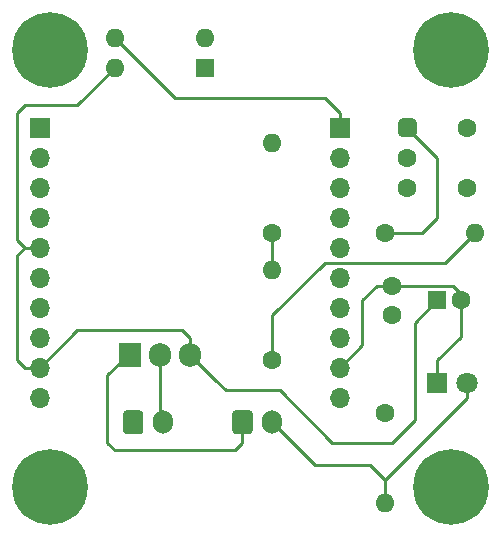
<source format=gbr>
%TF.GenerationSoftware,KiCad,Pcbnew,(5.1.9)-1*%
%TF.CreationDate,2022-07-22T01:31:31+09:00*%
%TF.ProjectId,Transmitter,5472616e-736d-4697-9474-65722e6b6963,rev?*%
%TF.SameCoordinates,Original*%
%TF.FileFunction,Copper,L1,Top*%
%TF.FilePolarity,Positive*%
%FSLAX46Y46*%
G04 Gerber Fmt 4.6, Leading zero omitted, Abs format (unit mm)*
G04 Created by KiCad (PCBNEW (5.1.9)-1) date 2022-07-22 01:31:31*
%MOMM*%
%LPD*%
G01*
G04 APERTURE LIST*
%TA.AperFunction,ComponentPad*%
%ADD10O,1.700000X2.000000*%
%TD*%
%TA.AperFunction,ComponentPad*%
%ADD11R,1.700000X1.700000*%
%TD*%
%TA.AperFunction,ComponentPad*%
%ADD12O,1.700000X1.700000*%
%TD*%
%TA.AperFunction,ComponentPad*%
%ADD13C,1.600000*%
%TD*%
%TA.AperFunction,ComponentPad*%
%ADD14O,1.600000X1.600000*%
%TD*%
%TA.AperFunction,ComponentPad*%
%ADD15R,1.800000X1.800000*%
%TD*%
%TA.AperFunction,ComponentPad*%
%ADD16C,1.800000*%
%TD*%
%TA.AperFunction,ComponentPad*%
%ADD17C,6.400000*%
%TD*%
%TA.AperFunction,ComponentPad*%
%ADD18C,0.800000*%
%TD*%
%TA.AperFunction,ComponentPad*%
%ADD19R,1.600000X1.600000*%
%TD*%
%TA.AperFunction,ComponentPad*%
%ADD20R,1.905000X2.000000*%
%TD*%
%TA.AperFunction,ComponentPad*%
%ADD21O,1.905000X2.000000*%
%TD*%
%TA.AperFunction,Conductor*%
%ADD22C,0.250000*%
%TD*%
G04 APERTURE END LIST*
%TO.P,J6,1*%
%TO.N,+5V*%
%TA.AperFunction,ComponentPad*%
G36*
G01*
X146470000Y-108240000D02*
X146470000Y-106740000D01*
G75*
G02*
X146720000Y-106490000I250000J0D01*
G01*
X147920000Y-106490000D01*
G75*
G02*
X148170000Y-106740000I0J-250000D01*
G01*
X148170000Y-108240000D01*
G75*
G02*
X147920000Y-108490000I-250000J0D01*
G01*
X146720000Y-108490000D01*
G75*
G02*
X146470000Y-108240000I0J250000D01*
G01*
G37*
%TD.AperFunction*%
D10*
%TO.P,J6,2*%
%TO.N,LED*%
X149820000Y-107490000D03*
%TD*%
D11*
%TO.P,J3,1*%
%TO.N,N/C*%
X130175000Y-82550000D03*
D12*
%TO.P,J3,2*%
X130175000Y-85090000D03*
%TO.P,J3,3*%
X130175000Y-87630000D03*
%TO.P,J3,4*%
X130175000Y-90170000D03*
%TO.P,J3,5*%
%TO.N,+3V3*%
X130175000Y-92710000D03*
%TO.P,J3,6*%
%TO.N,N/C*%
X130175000Y-95250000D03*
%TO.P,J3,7*%
X130175000Y-97790000D03*
%TO.P,J3,8*%
X130175000Y-100330000D03*
%TO.P,J3,9*%
%TO.N,+3V3*%
X130175000Y-102870000D03*
%TO.P,J3,10*%
%TO.N,N/C*%
X130175000Y-105410000D03*
%TD*%
%TO.P,J4,10*%
%TO.N,N/C*%
X155575000Y-105410000D03*
%TO.P,J4,9*%
%TO.N,GND*%
X155575000Y-102870000D03*
%TO.P,J4,8*%
%TO.N,N/C*%
X155575000Y-100330000D03*
%TO.P,J4,7*%
X155575000Y-97790000D03*
%TO.P,J4,6*%
X155575000Y-95250000D03*
%TO.P,J4,5*%
X155575000Y-92710000D03*
%TO.P,J4,4*%
X155575000Y-90170000D03*
%TO.P,J4,3*%
X155575000Y-87630000D03*
%TO.P,J4,2*%
X155575000Y-85090000D03*
D11*
%TO.P,J4,1*%
%TO.N,ESS*%
X155575000Y-82550000D03*
%TD*%
%TO.P,J5,1*%
%TO.N,PW_IN*%
%TA.AperFunction,ComponentPad*%
G36*
G01*
X137220000Y-108240000D02*
X137220000Y-106740000D01*
G75*
G02*
X137470000Y-106490000I250000J0D01*
G01*
X138670000Y-106490000D01*
G75*
G02*
X138920000Y-106740000I0J-250000D01*
G01*
X138920000Y-108240000D01*
G75*
G02*
X138670000Y-108490000I-250000J0D01*
G01*
X137470000Y-108490000D01*
G75*
G02*
X137220000Y-108240000I0J250000D01*
G01*
G37*
%TD.AperFunction*%
D10*
%TO.P,J5,2*%
%TO.N,GND*%
X140570000Y-107490000D03*
%TD*%
D13*
%TO.P,SW1,*%
%TO.N,*%
X166370000Y-87630000D03*
X166370000Y-82550000D03*
%TO.P,SW1,1*%
%TO.N,+5V*%
%TA.AperFunction,ComponentPad*%
G36*
G01*
X162090000Y-82150000D02*
X162090000Y-82950000D01*
G75*
G02*
X161690000Y-83350000I-400000J0D01*
G01*
X160890000Y-83350000D01*
G75*
G02*
X160490000Y-82950000I0J400000D01*
G01*
X160490000Y-82150000D01*
G75*
G02*
X160890000Y-81750000I400000J0D01*
G01*
X161690000Y-81750000D01*
G75*
G02*
X162090000Y-82150000I0J-400000D01*
G01*
G37*
%TD.AperFunction*%
%TO.P,SW1,2*%
%TO.N,PW_IN*%
X161290000Y-85090000D03*
%TO.P,SW1,3*%
%TO.N,N/C*%
X161290000Y-87630000D03*
%TD*%
%TO.P,R1,1*%
%TO.N,Net-(R1-Pad1)*%
X149860000Y-91440000D03*
D14*
%TO.P,R1,2*%
%TO.N,GND*%
X149860000Y-83820000D03*
%TD*%
D13*
%TO.P,R2,1*%
%TO.N,Net-(R2-Pad1)*%
X149860000Y-102235000D03*
D14*
%TO.P,R2,2*%
%TO.N,Net-(R1-Pad1)*%
X149860000Y-94615000D03*
%TD*%
D13*
%TO.P,R3,1*%
%TO.N,+5V*%
X159385000Y-91440000D03*
D14*
%TO.P,R3,2*%
%TO.N,Net-(R2-Pad1)*%
X167005000Y-91440000D03*
%TD*%
D15*
%TO.P,D1,1*%
%TO.N,GND*%
X163830000Y-104140000D03*
D16*
%TO.P,D1,2*%
%TO.N,LED*%
X166370000Y-104140000D03*
%TD*%
D17*
%TO.P,H1,1*%
%TO.N,N/C*%
X131000000Y-76000000D03*
D18*
X133400000Y-76000000D03*
X132697056Y-77697056D03*
X131000000Y-78400000D03*
X129302944Y-77697056D03*
X128600000Y-76000000D03*
X129302944Y-74302944D03*
X131000000Y-73600000D03*
X132697056Y-74302944D03*
%TD*%
%TO.P,H2,1*%
%TO.N,N/C*%
X132697056Y-111302944D03*
X131000000Y-110600000D03*
X129302944Y-111302944D03*
X128600000Y-113000000D03*
X129302944Y-114697056D03*
X131000000Y-115400000D03*
X132697056Y-114697056D03*
X133400000Y-113000000D03*
D17*
X131000000Y-113000000D03*
%TD*%
%TO.P,H3,1*%
%TO.N,N/C*%
X165000000Y-113000000D03*
D18*
X167400000Y-113000000D03*
X166697056Y-114697056D03*
X165000000Y-115400000D03*
X163302944Y-114697056D03*
X162600000Y-113000000D03*
X163302944Y-111302944D03*
X165000000Y-110600000D03*
X166697056Y-111302944D03*
%TD*%
%TO.P,H4,1*%
%TO.N,N/C*%
X166697056Y-74302944D03*
X165000000Y-73600000D03*
X163302944Y-74302944D03*
X162600000Y-76000000D03*
X163302944Y-77697056D03*
X165000000Y-78400000D03*
X166697056Y-77697056D03*
X167400000Y-76000000D03*
D17*
X165000000Y-76000000D03*
%TD*%
D13*
%TO.P,R4,1*%
%TO.N,Net-(R4-Pad1)*%
X159385000Y-106680000D03*
D14*
%TO.P,R4,2*%
%TO.N,LED*%
X159385000Y-114300000D03*
%TD*%
D19*
%TO.P,U2,1*%
%TO.N,Net-(R4-Pad1)*%
X144145000Y-77470000D03*
D14*
%TO.P,U2,3*%
%TO.N,ESS*%
X136525000Y-74930000D03*
%TO.P,U2,2*%
%TO.N,GND*%
X144145000Y-74930000D03*
%TO.P,U2,4*%
%TO.N,+3V3*%
X136525000Y-77470000D03*
%TD*%
D20*
%TO.P,U1,1*%
%TO.N,+5V*%
X137795000Y-101750000D03*
D21*
%TO.P,U1,2*%
%TO.N,GND*%
X140335000Y-101750000D03*
%TO.P,U1,3*%
%TO.N,+3V3*%
X142875000Y-101750000D03*
%TD*%
D13*
%TO.P,C1,1*%
%TO.N,+5V*%
X160020000Y-98425000D03*
%TO.P,C1,2*%
%TO.N,GND*%
X160020000Y-95925000D03*
%TD*%
D19*
%TO.P,C2,1*%
%TO.N,+3V3*%
X163830000Y-97155000D03*
D13*
%TO.P,C2,2*%
%TO.N,GND*%
X165830000Y-97155000D03*
%TD*%
D22*
%TO.N,+5V*%
X161290000Y-82550000D02*
X163830000Y-85090000D01*
X163830000Y-85090000D02*
X163830000Y-90170000D01*
X163830000Y-90170000D02*
X162560000Y-91440000D01*
X162560000Y-91440000D02*
X159385000Y-91440000D01*
X137795000Y-101750000D02*
X137645000Y-101750000D01*
X137645000Y-101750000D02*
X135890000Y-103505000D01*
X135890000Y-103505000D02*
X135890000Y-109220000D01*
X135890000Y-109220000D02*
X136525000Y-109855000D01*
X136525000Y-109855000D02*
X146685000Y-109855000D01*
X147320000Y-109220000D02*
X147320000Y-107490000D01*
X146685000Y-109855000D02*
X147320000Y-109220000D01*
%TO.N,+3V3*%
X130175000Y-92710000D02*
X128905000Y-92710000D01*
X128905000Y-92710000D02*
X128270000Y-93345000D01*
X128270000Y-93345000D02*
X128270000Y-102235000D01*
X128905000Y-102870000D02*
X130175000Y-102870000D01*
X128270000Y-102235000D02*
X128905000Y-102870000D01*
X133350000Y-80645000D02*
X136525000Y-77470000D01*
X128905000Y-80645000D02*
X133350000Y-80645000D01*
X128270000Y-81280000D02*
X128905000Y-80645000D01*
X128270000Y-92075000D02*
X128270000Y-81280000D01*
X128905000Y-92710000D02*
X128270000Y-92075000D01*
X142875000Y-100330000D02*
X142875000Y-101750000D01*
X142240000Y-99695000D02*
X142875000Y-100330000D01*
X133350000Y-99695000D02*
X142240000Y-99695000D01*
X130175000Y-102870000D02*
X133350000Y-99695000D01*
X145900000Y-104775000D02*
X145022500Y-103897500D01*
X142875000Y-101750000D02*
X145022500Y-103897500D01*
X154940000Y-109220000D02*
X150495000Y-104775000D01*
X160020000Y-109220000D02*
X154940000Y-109220000D01*
X161925000Y-107315000D02*
X160020000Y-109220000D01*
X161925000Y-99060000D02*
X161925000Y-107315000D01*
X163830000Y-97155000D02*
X161925000Y-99060000D01*
X150495000Y-104775000D02*
X145900000Y-104775000D01*
%TO.N,Net-(R1-Pad1)*%
X149860000Y-94615000D02*
X149860000Y-91440000D01*
%TO.N,Net-(R2-Pad1)*%
X167005000Y-91440000D02*
X164465000Y-93980000D01*
X164465000Y-93980000D02*
X154305000Y-93980000D01*
X154305000Y-93980000D02*
X149860000Y-98425000D01*
X149860000Y-98425000D02*
X149860000Y-102235000D01*
%TO.N,ESS*%
X154305000Y-80010000D02*
X155575000Y-81280000D01*
X155575000Y-81280000D02*
X155575000Y-82550000D01*
X141605000Y-80010000D02*
X154305000Y-80010000D01*
X136525000Y-74930000D02*
X141605000Y-80010000D01*
%TO.N,LED*%
X159385000Y-114300000D02*
X159385000Y-112395000D01*
X166370000Y-105410000D02*
X166370000Y-104140000D01*
X159385000Y-112395000D02*
X166370000Y-105410000D01*
X153455000Y-111125000D02*
X149820000Y-107490000D01*
X158115000Y-111125000D02*
X153455000Y-111125000D01*
X159385000Y-112395000D02*
X158115000Y-111125000D01*
%TO.N,GND*%
X163830000Y-104140000D02*
X163830000Y-102235000D01*
X165830000Y-100235000D02*
X165830000Y-97155000D01*
X163830000Y-102235000D02*
X165830000Y-100235000D01*
X140335000Y-107255000D02*
X140570000Y-107490000D01*
X140335000Y-101750000D02*
X140335000Y-107255000D01*
X160020000Y-95925000D02*
X158710000Y-95925000D01*
X158710000Y-95925000D02*
X157480000Y-97155000D01*
X157480000Y-100965000D02*
X155575000Y-102870000D01*
X157480000Y-97155000D02*
X157480000Y-100965000D01*
X160020000Y-95925000D02*
X165140000Y-95925000D01*
X165830000Y-96615000D02*
X165830000Y-97155000D01*
X165140000Y-95925000D02*
X165830000Y-96615000D01*
%TD*%
M02*

</source>
